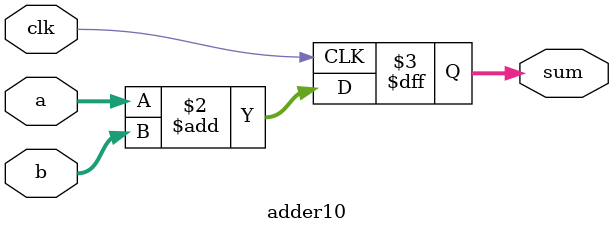
<source format=v>


module adder10(a, b, clk, sum);
    input [9:0] a, b;
    input clk;
    output reg [9:0] sum;
  
  always @(posedge clk) begin
        	sum <= a + b;
  end
endmodule
</source>
